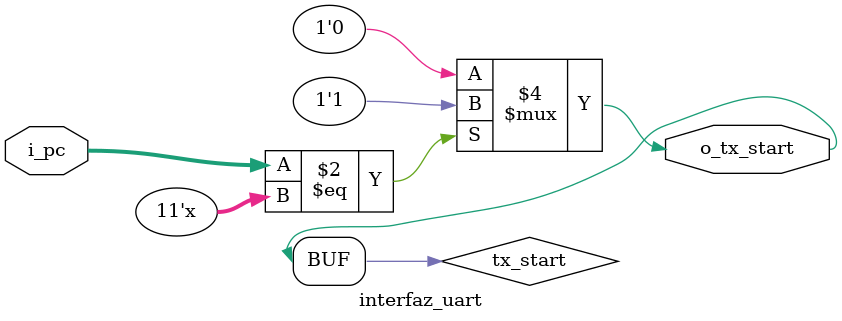
<source format=v>
`timescale 1ns / 1ps

module interfaz_uart
(
    input  [10:0] i_pc,
    output        o_tx_start
);

    reg [10:0] old_pc;
    reg        tx_start;
    
    assign o_tx_start = tx_start;
    
    always@(*)begin:check
        if(i_pc == old_pc)
            tx_start = 1'b1;
        else
        begin
            old_pc   = i_pc;
            tx_start = 1'b0;
        end
    end
endmodule

</source>
